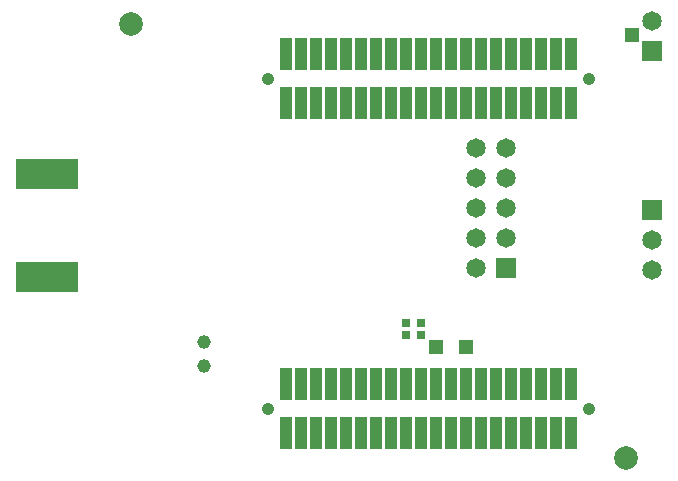
<source format=gbs>
%FSLAX24Y24*%
%MOIN*%
G70*
G01*
G75*
G04 Layer_Color=16711935*
%ADD10C,0.0060*%
%ADD11O,0.0256X0.0079*%
%ADD12O,0.0079X0.0256*%
%ADD13R,0.1850X0.1850*%
%ADD14R,0.0295X0.0315*%
%ADD15R,0.0197X0.0256*%
%ADD16C,0.0394*%
%ADD17R,0.1181X0.0300*%
%ADD18R,0.2000X0.0950*%
%ADD19R,0.0299X0.0945*%
%ADD20R,0.0400X0.0300*%
%ADD21C,0.0098*%
G04:AMPARAMS|DCode=22|XSize=47.2mil|YSize=43.3mil|CornerRadius=0mil|HoleSize=0mil|Usage=FLASHONLY|Rotation=45.000|XOffset=0mil|YOffset=0mil|HoleType=Round|Shape=Rectangle|*
%AMROTATEDRECTD22*
4,1,4,-0.0014,-0.0320,-0.0320,-0.0014,0.0014,0.0320,0.0320,0.0014,-0.0014,-0.0320,0.0*
%
%ADD22ROTATEDRECTD22*%

%ADD23R,0.1083X0.0350*%
%ADD24R,0.0197X0.0236*%
%ADD25R,0.0315X0.0295*%
%ADD26R,0.0236X0.0157*%
%ADD27R,0.0236X0.0217*%
%ADD28C,0.0079*%
G04:AMPARAMS|DCode=29|XSize=19.7mil|YSize=23.6mil|CornerRadius=0mil|HoleSize=0mil|Usage=FLASHONLY|Rotation=45.000|XOffset=0mil|YOffset=0mil|HoleType=Round|Shape=Rectangle|*
%AMROTATEDRECTD29*
4,1,4,0.0014,-0.0153,-0.0153,0.0014,-0.0014,0.0153,0.0153,-0.0014,0.0014,-0.0153,0.0*
%
%ADD29ROTATEDRECTD29*%

%ADD30R,0.0217X0.0236*%
%ADD31R,0.0394X0.0709*%
%ADD32R,0.0236X0.0197*%
%ADD33C,0.0090*%
%ADD34C,0.0080*%
%ADD35C,0.0300*%
%ADD36C,0.0150*%
%ADD37C,0.0100*%
%ADD38C,0.0591*%
%ADD39R,0.0591X0.0591*%
%ADD40C,0.0354*%
%ADD41C,0.0236*%
%ADD42R,0.0354X0.1043*%
%ADD43R,0.0394X0.0394*%
%ADD44R,0.0394X0.0394*%
%ADD45C,0.0098*%
%ADD46C,0.0039*%
%ADD47C,0.0079*%
%ADD48C,0.0118*%
%ADD49C,0.0059*%
%ADD50C,0.0050*%
%ADD51R,0.0420X0.1300*%
%ADD52C,0.0240*%
%ADD53O,0.0316X0.0139*%
%ADD54O,0.0139X0.0316*%
%ADD55R,0.1910X0.1910*%
%ADD56R,0.0355X0.0375*%
%ADD57R,0.0257X0.0316*%
%ADD58C,0.0787*%
%ADD59R,0.1241X0.0360*%
%ADD60R,0.2060X0.1010*%
%ADD61R,0.0359X0.1005*%
%ADD62R,0.0460X0.0360*%
%ADD63C,0.0158*%
G04:AMPARAMS|DCode=64|XSize=53.2mil|YSize=49.3mil|CornerRadius=0mil|HoleSize=0mil|Usage=FLASHONLY|Rotation=45.000|XOffset=0mil|YOffset=0mil|HoleType=Round|Shape=Rectangle|*
%AMROTATEDRECTD64*
4,1,4,-0.0014,-0.0363,-0.0363,-0.0014,0.0014,0.0363,0.0363,0.0014,-0.0014,-0.0363,0.0*
%
%ADD64ROTATEDRECTD64*%

%ADD65R,0.1143X0.0410*%
%ADD66R,0.0257X0.0296*%
%ADD67R,0.0375X0.0355*%
%ADD68R,0.0296X0.0217*%
%ADD69R,0.0296X0.0277*%
%ADD70C,0.0139*%
G04:AMPARAMS|DCode=71|XSize=25.7mil|YSize=29.6mil|CornerRadius=0mil|HoleSize=0mil|Usage=FLASHONLY|Rotation=45.000|XOffset=0mil|YOffset=0mil|HoleType=Round|Shape=Rectangle|*
%AMROTATEDRECTD71*
4,1,4,0.0014,-0.0196,-0.0196,0.0014,-0.0014,0.0196,0.0196,-0.0014,0.0014,-0.0196,0.0*
%
%ADD71ROTATEDRECTD71*%

%ADD72R,0.0277X0.0296*%
%ADD73R,0.0454X0.0769*%
%ADD74R,0.0296X0.0257*%
%ADD75C,0.0651*%
%ADD76R,0.0651X0.0651*%
%ADD77C,0.0414*%
%ADD78C,0.0454*%
%ADD79R,0.2063X0.1016*%
%ADD80R,0.2083X0.1028*%
%ADD81R,0.0414X0.1103*%
%ADD82R,0.0454X0.0454*%
%ADD83R,0.0454X0.0454*%
D58*
X4000Y15160D02*
D03*
X20500Y700D02*
D03*
D72*
X13650Y4803D02*
D03*
Y5197D02*
D03*
X13150Y4803D02*
D03*
Y5197D02*
D03*
D75*
X15500Y10030D02*
D03*
X16500D02*
D03*
X15500Y7030D02*
D03*
X16500Y8030D02*
D03*
X15500D02*
D03*
X16500Y9030D02*
D03*
X15500D02*
D03*
X16500Y11030D02*
D03*
X15500D02*
D03*
X21360Y15260D02*
D03*
X21360Y6961D02*
D03*
Y7961D02*
D03*
D76*
X16500Y7030D02*
D03*
X21360Y14260D02*
D03*
X21360Y8961D02*
D03*
D77*
X8550Y2330D02*
D03*
X19250D02*
D03*
X8550Y13330D02*
D03*
X19250D02*
D03*
D78*
X6434Y3766D02*
D03*
Y4554D02*
D03*
D79*
X1207Y6716D02*
D03*
D80*
X1205Y10162D02*
D03*
D81*
X18650Y3149D02*
D03*
X18150D02*
D03*
X17650D02*
D03*
X17150D02*
D03*
X16650D02*
D03*
X16150D02*
D03*
X15650D02*
D03*
X15150D02*
D03*
X14650D02*
D03*
X14150D02*
D03*
X13650D02*
D03*
X13150D02*
D03*
X12650D02*
D03*
X12150D02*
D03*
X11650D02*
D03*
X11150D02*
D03*
X10650D02*
D03*
X10150D02*
D03*
X9650D02*
D03*
X9150D02*
D03*
X18650Y1511D02*
D03*
X18150D02*
D03*
X17650D02*
D03*
X17150D02*
D03*
X16650D02*
D03*
X16150D02*
D03*
X15650D02*
D03*
X15150D02*
D03*
X14650D02*
D03*
X14150D02*
D03*
X13650D02*
D03*
X13150D02*
D03*
X12650D02*
D03*
X12150D02*
D03*
X11650D02*
D03*
X11150D02*
D03*
X10650D02*
D03*
X10150D02*
D03*
X9650D02*
D03*
X9150D02*
D03*
X18650Y14149D02*
D03*
X18150D02*
D03*
X17650D02*
D03*
X17150D02*
D03*
X16650D02*
D03*
X16150D02*
D03*
X15650D02*
D03*
X15150D02*
D03*
X14650D02*
D03*
X14150D02*
D03*
X13650D02*
D03*
X13150D02*
D03*
X12650D02*
D03*
X12150D02*
D03*
X11650D02*
D03*
X11150D02*
D03*
X10650D02*
D03*
X10150D02*
D03*
X9650D02*
D03*
X9150D02*
D03*
X18650Y12511D02*
D03*
X18150D02*
D03*
X17650D02*
D03*
X17150D02*
D03*
X16650D02*
D03*
X16150D02*
D03*
X15650D02*
D03*
X15150D02*
D03*
X14650D02*
D03*
X14150D02*
D03*
X13650D02*
D03*
X13150D02*
D03*
X12650D02*
D03*
X12150D02*
D03*
X11650D02*
D03*
X11150D02*
D03*
X10650D02*
D03*
X10150D02*
D03*
X9650D02*
D03*
X9150D02*
D03*
D82*
X14150Y4400D02*
D03*
X20700Y14800D02*
D03*
D83*
X15150Y4400D02*
D03*
M02*

</source>
